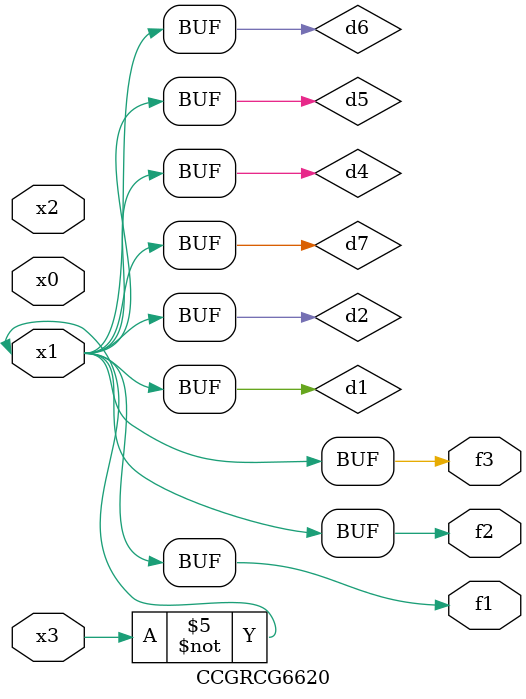
<source format=v>
module CCGRCG6620(
	input x0, x1, x2, x3,
	output f1, f2, f3
);

	wire d1, d2, d3, d4, d5, d6, d7;

	not (d1, x3);
	buf (d2, x1);
	xnor (d3, d1, d2);
	nor (d4, d1);
	buf (d5, d1, d2);
	buf (d6, d4, d5);
	nand (d7, d4);
	assign f1 = d6;
	assign f2 = d7;
	assign f3 = d6;
endmodule

</source>
